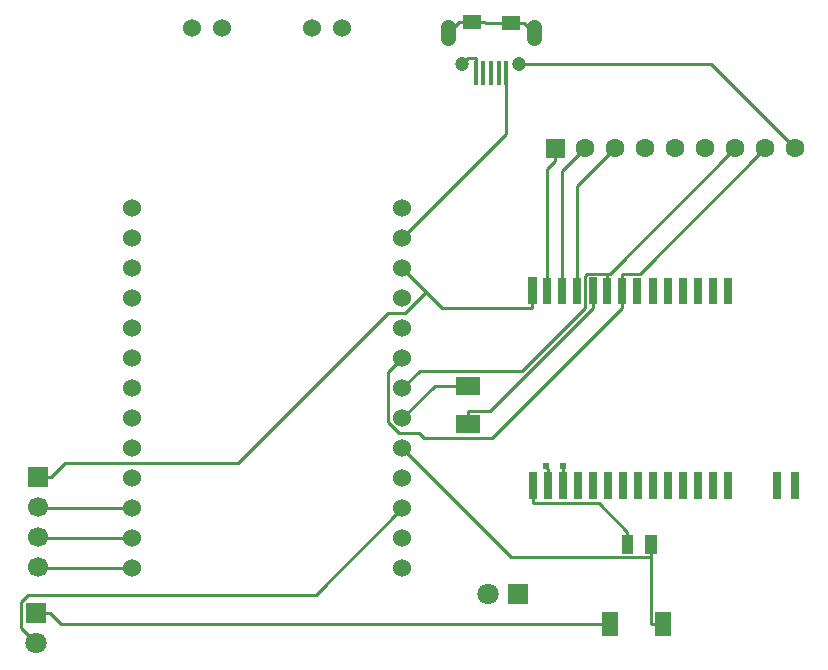
<source format=gtl>
G04 Layer: TopLayer*
G04 EasyEDA v6.4.14, 2021-01-21T23:56:56--5:00*
G04 aa685b108e8c4aaab1d0ece7fbf10bdb,7db2125e4611476bb2993bf99425ef50,10*
G04 Gerber Generator version 0.2*
G04 Scale: 100 percent, Rotated: No, Reflected: No *
G04 Dimensions in millimeters *
G04 leading zeros omitted , absolute positions ,4 integer and 5 decimal *
%FSLAX45Y45*%
%MOMM*%

%ADD11C,0.2600*%
%ADD12C,0.6100*%
%ADD13R,2.0000X1.6002*%
%ADD15R,0.4000X2.0000*%
%ADD16R,1.6000X1.1999*%
%ADD17R,0.7000X2.3000*%
%ADD18R,1.3500X2.0000*%
%ADD20C,1.6000*%
%ADD21C,1.2000*%
%ADD22R,1.7000X1.7000*%
%ADD23C,1.7000*%
%ADD24C,1.5240*%
%ADD25C,1.8000*%
%ADD26R,1.8000X1.8000*%
%ADD27C,1.3000*%

%LPD*%
D11*
X317700Y1140399D02*
G01*
X190446Y1267653D01*
X190446Y1492443D01*
X247596Y1549593D01*
X2682694Y1549593D01*
X3416500Y2283399D01*
X1130500Y1775399D02*
G01*
X343100Y1775399D01*
X330400Y1788099D01*
X1130500Y2029399D02*
G01*
X343100Y2029399D01*
X330400Y2042099D01*
X1130500Y2283399D02*
G01*
X343100Y2283399D01*
X330400Y2296099D01*
X3416500Y4569399D02*
G01*
X4296864Y5449763D01*
X4296864Y5966653D01*
X4520892Y2329627D02*
G01*
X5078930Y2329627D01*
X5323024Y2085279D01*
X4520892Y2473899D02*
G01*
X4520892Y2329627D01*
X5323024Y1978599D02*
G01*
X5323024Y2085279D01*
X5622744Y1305499D02*
G01*
X5525970Y1305499D01*
X5523176Y1978599D02*
G01*
X5523176Y1871919D01*
X5523176Y1871919D02*
G01*
X5523176Y1308293D01*
X5525970Y1305499D01*
X3416500Y2791399D02*
G01*
X4335980Y1871919D01*
X5523176Y1871919D01*
X3975300Y3108899D02*
G01*
X4157164Y3108899D01*
X5028892Y3980627D01*
X3975300Y2999679D02*
G01*
X3975300Y3108899D01*
X5028892Y4124899D02*
G01*
X5028892Y3980627D01*
X5172656Y1305499D02*
G01*
X525726Y1305499D01*
X436826Y1394399D01*
X317700Y1394399D02*
G01*
X436826Y1394399D01*
X4518606Y4124899D02*
G01*
X4518606Y3980627D01*
X330400Y2550099D02*
G01*
X444700Y2550099D01*
X444700Y2550099D02*
G01*
X559000Y2664399D01*
X2021532Y2664399D01*
X3291786Y3934399D01*
X3442916Y3934399D01*
X3620208Y4111691D01*
X4518606Y3980627D02*
G01*
X3751272Y3980627D01*
X3620208Y4111691D01*
X3620208Y4111691D02*
G01*
X3416500Y4315399D01*
X3923230Y6045139D02*
G01*
X3974030Y6095939D01*
X4036768Y6095939D01*
X4036768Y5966653D02*
G01*
X4036768Y6095939D01*
X4527750Y6315141D02*
G01*
X4524448Y6315141D01*
X4443422Y6396167D01*
X3803850Y6315141D02*
G01*
X3814264Y6315141D01*
X3897068Y6397945D01*
X4006288Y6397945D02*
G01*
X3897068Y6397945D01*
X4388812Y6396167D02*
G01*
X4443422Y6396167D01*
X4388812Y6396167D02*
G01*
X4334202Y6396167D01*
X4334202Y6396167D02*
G01*
X4117032Y6396167D01*
X4115508Y6397945D01*
X4006288Y6397945D02*
G01*
X4115508Y6397945D01*
X4408370Y6045139D02*
G01*
X6030160Y6045139D01*
X6743900Y5331399D01*
X6489900Y5331399D02*
G01*
X5427672Y4269171D01*
X5280606Y4269171D01*
X5280606Y4186367D02*
G01*
X5280606Y4269171D01*
X5280606Y4186367D02*
G01*
X5280606Y4124899D01*
X5280606Y3980627D02*
G01*
X4175452Y2875727D01*
X3599634Y2875727D01*
X3556962Y2918399D01*
X3391354Y2918399D01*
X3298898Y3011109D01*
X3298898Y3435797D01*
X3416500Y3553399D01*
X5280606Y4124899D02*
G01*
X5280606Y3980627D01*
X5153606Y4269171D02*
G01*
X5173672Y4269171D01*
X6235900Y5331399D01*
X5153606Y4258503D02*
G01*
X5153606Y4269171D01*
X5153606Y4269171D02*
G01*
X5153606Y4269171D01*
X5153606Y4124899D02*
G01*
X5153606Y4258503D01*
X5153606Y4269171D02*
G01*
X4979362Y4269171D01*
X4964122Y4253931D01*
X4964122Y3983421D01*
X4428690Y3447989D01*
X3565090Y3447989D01*
X3416500Y3299399D01*
X3416500Y3045399D02*
G01*
X3690820Y3319719D01*
X3975300Y3319719D01*
X4774892Y2473899D02*
G01*
X4774892Y2638745D01*
X4647892Y2618171D02*
G01*
X4633668Y2632395D01*
X4633668Y2639253D01*
X4647892Y2473899D02*
G01*
X4647892Y2618171D01*
X5219900Y5331399D02*
G01*
X4899606Y5011105D01*
X4899606Y4124899D01*
X4772606Y4124899D02*
G01*
X4772606Y5138105D01*
X4965900Y5331399D01*
X4645606Y4124899D02*
G01*
X4645606Y5155631D01*
X4711900Y5222179D01*
X4711900Y5331399D02*
G01*
X4711900Y5222179D01*
D13*
G01*
X3975300Y3319693D03*
G01*
X3975300Y2999704D03*
G36*
X5473100Y2056099D02*
G01*
X5573100Y2056099D01*
X5573100Y1901098D01*
X5473100Y1901098D01*
G37*
G36*
X5273100Y2056099D02*
G01*
X5373100Y2056099D01*
X5373100Y1901098D01*
X5273100Y1901098D01*
G37*
D15*
G01*
X4036844Y5966703D03*
G01*
X4101843Y5966703D03*
G01*
X4166842Y5966703D03*
G01*
X4231840Y5966703D03*
G01*
X4296839Y5966703D03*
D16*
G01*
X4006237Y6397894D03*
G01*
X4334101Y6396268D03*
G36*
X6778899Y2358897D02*
G01*
X6778899Y2588900D01*
X6708896Y2588900D01*
X6708896Y2358897D01*
G37*
G36*
X6626898Y2358897D02*
G01*
X6626898Y2588900D01*
X6556895Y2588900D01*
X6556895Y2358897D01*
G37*
G36*
X6206898Y2358897D02*
G01*
X6206898Y2588900D01*
X6136896Y2588900D01*
X6136896Y2358897D01*
G37*
G36*
X6079898Y2358897D02*
G01*
X6079898Y2588900D01*
X6009896Y2588900D01*
X6009896Y2358897D01*
G37*
G36*
X5952898Y2358897D02*
G01*
X5952898Y2588900D01*
X5882896Y2588900D01*
X5882896Y2358897D01*
G37*
G36*
X5825898Y2358897D02*
G01*
X5825898Y2588900D01*
X5755896Y2588900D01*
X5755896Y2358897D01*
G37*
D17*
G01*
X6171892Y4124899D03*
G01*
X6045400Y4124899D03*
G01*
X5917892Y4124899D03*
G01*
X5790892Y4124899D03*
G01*
X5663892Y4124899D03*
G01*
X5536892Y4124899D03*
G36*
X5698898Y2358897D02*
G01*
X5698898Y2588900D01*
X5628896Y2588900D01*
X5628896Y2358897D01*
G37*
G36*
X5571898Y2358897D02*
G01*
X5571898Y2588900D01*
X5501896Y2588900D01*
X5501896Y2358897D01*
G37*
G36*
X5444898Y2358897D02*
G01*
X5444898Y2588900D01*
X5374896Y2588900D01*
X5374896Y2358897D01*
G37*
G36*
X5247904Y2358897D02*
G01*
X5247904Y2588900D01*
X5317906Y2588900D01*
X5317906Y2358897D01*
G37*
G36*
X4993901Y2358897D02*
G01*
X4993901Y2588900D01*
X5063904Y2588900D01*
X5063904Y2358897D01*
G37*
G36*
X5120899Y2358897D02*
G01*
X5120899Y2588900D01*
X5190901Y2588900D01*
X5190901Y2358897D01*
G37*
G36*
X4612899Y2358897D02*
G01*
X4612899Y2588900D01*
X4682901Y2588900D01*
X4682901Y2358897D01*
G37*
G36*
X4485901Y2358897D02*
G01*
X4485901Y2588900D01*
X4555904Y2588900D01*
X4555904Y2358897D01*
G37*
G36*
X4739904Y2358897D02*
G01*
X4739904Y2588900D01*
X4809906Y2588900D01*
X4809906Y2358897D01*
G37*
G36*
X4936898Y2358897D02*
G01*
X4936898Y2588900D01*
X4866896Y2588900D01*
X4866896Y2358897D01*
G37*
G36*
X4993894Y4239889D02*
G01*
X4993894Y4009887D01*
X5063896Y4009887D01*
X5063896Y4239889D01*
G37*
G01*
X5153505Y4124924D03*
G01*
X5407505Y4124924D03*
G01*
X5280505Y4124924D03*
G01*
X4772505Y4124924D03*
G01*
X4899505Y4124924D03*
G01*
X4645505Y4124924D03*
G36*
X4483506Y4239915D02*
G01*
X4483506Y4009913D01*
X4553508Y4009913D01*
X4553508Y4239915D01*
G37*
D18*
G01*
X5622693Y1305499D03*
G01*
X5172707Y1305499D03*
G36*
X4631900Y5411398D02*
G01*
X4791900Y5411398D01*
X4791900Y5251399D01*
X4631900Y5251399D01*
G37*
D20*
G01*
X4965900Y5331399D03*
G01*
X5219900Y5331399D03*
G01*
X5473900Y5331399D03*
G01*
X5727900Y5331399D03*
G01*
X5981900Y5331399D03*
G01*
X6235900Y5331399D03*
G01*
X6489900Y5331399D03*
G01*
X6743900Y5331399D03*
D21*
G01*
X4408294Y6045164D03*
G01*
X3923306Y6045164D03*
D22*
G01*
X330400Y2550099D03*
D23*
G01*
X330400Y2296099D03*
G01*
X330400Y2042099D03*
G01*
X330400Y1788099D03*
D24*
G01*
X3416500Y4823399D03*
G01*
X3416500Y4569399D03*
G01*
X3416500Y4315399D03*
G01*
X3416500Y4061399D03*
G01*
X3416500Y3807399D03*
G01*
X3416500Y3553399D03*
G01*
X3416500Y3299399D03*
G01*
X3416500Y3045399D03*
G01*
X3416500Y2791399D03*
G01*
X3416500Y2537399D03*
G01*
X3416500Y2283399D03*
G01*
X3416500Y2029399D03*
G01*
X3416500Y1775399D03*
G01*
X1130500Y4823399D03*
G01*
X1130500Y4569399D03*
G01*
X1130500Y4315399D03*
G01*
X1130500Y4061399D03*
G01*
X1130500Y3807399D03*
G01*
X1130500Y3553399D03*
G01*
X1130500Y3299399D03*
G01*
X1130500Y3045399D03*
G01*
X1130500Y2791399D03*
G01*
X1130500Y2537399D03*
G01*
X1130500Y2283399D03*
G01*
X1130500Y2029399D03*
G01*
X1130500Y1775399D03*
G01*
X2908500Y6347399D03*
G01*
X2654500Y6347399D03*
G01*
X1892500Y6347399D03*
G01*
X1638500Y6347399D03*
D25*
G01*
X317700Y1140399D03*
D26*
G01*
X317700Y1394399D03*
D25*
G01*
X4140400Y1559499D03*
D26*
G01*
X4394400Y1559499D03*
D12*
G01*
X4774892Y2638745D03*
G01*
X4633668Y2639253D03*
D27*
X3803850Y6270165D02*
G01*
X3803850Y6360165D01*
X4527750Y6270165D02*
G01*
X4527750Y6360165D01*
M02*

</source>
